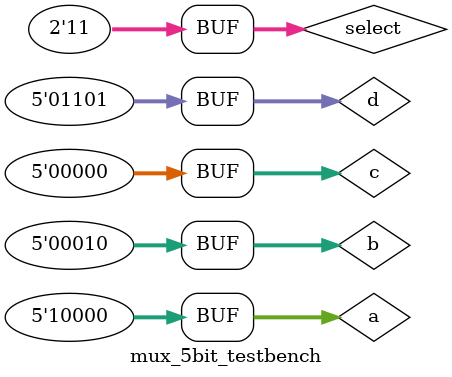
<source format=v>
`define DELAY 20
module mux_5bit_testbench(); 
reg[4:0] a, b, c ,d;
reg[1:0] select;
wire[4:0] out ;

mux_5bit fatb ( out, a, b, c, d, select );


initial begin
select = 2'b00 ; a = 5'b10000; b = 5'b00010; c = 5'b00000; d = 5'b01101; 
#`DELAY;
select = 2'b01 ; a = 5'b10000; b = 5'b00010; c = 5'b00000; d = 5'b01101; 
#`DELAY;
select = 2'b10 ; a = 5'b10000; b = 5'b00010; c = 5'b00000; d = 5'b01101; 
#`DELAY;
select = 2'b11 ; a = 5'b10000; b = 5'b00010; c = 5'b00000; d = 5'b01101; 
#`DELAY;

end
 
 
initial
begin
$monitor("time = %2d, select=%2b, a =%5b, b=%5b, c=%5b, d=%5b, out=%5b", $time, select, a, b, c, d, out);
end
 
endmodule
</source>
